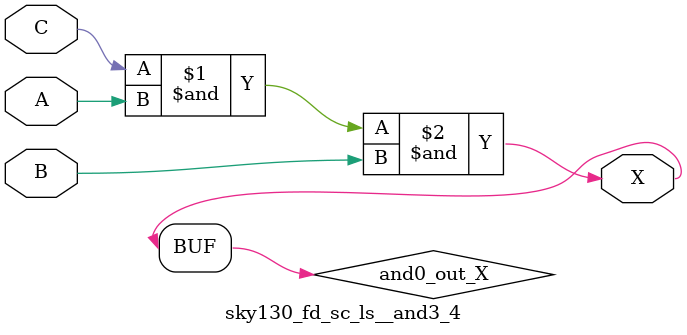
<source format=v>
/*
 * Copyright 2020 The SkyWater PDK Authors
 *
 * Licensed under the Apache License, Version 2.0 (the "License");
 * you may not use this file except in compliance with the License.
 * You may obtain a copy of the License at
 *
 *     https://www.apache.org/licenses/LICENSE-2.0
 *
 * Unless required by applicable law or agreed to in writing, software
 * distributed under the License is distributed on an "AS IS" BASIS,
 * WITHOUT WARRANTIES OR CONDITIONS OF ANY KIND, either express or implied.
 * See the License for the specific language governing permissions and
 * limitations under the License.
 *
 * SPDX-License-Identifier: Apache-2.0
*/


`ifndef SKY130_FD_SC_LS__AND3_4_FUNCTIONAL_V
`define SKY130_FD_SC_LS__AND3_4_FUNCTIONAL_V

/**
 * and3: 3-input AND.
 *
 * Verilog simulation functional model.
 */

`timescale 1ns / 1ps
`default_nettype none

`celldefine
module sky130_fd_sc_ls__and3_4 (
    X,
    A,
    B,
    C
);

    // Module ports
    output X;
    input  A;
    input  B;
    input  C;

    // Local signals
    wire and0_out_X;

    //  Name  Output      Other arguments
    and and0 (and0_out_X, C, A, B        );
    buf buf0 (X         , and0_out_X     );

endmodule
`endcelldefine

`default_nettype wire
`endif  // SKY130_FD_SC_LS__AND3_4_FUNCTIONAL_V

</source>
